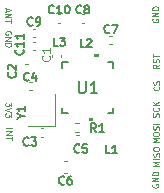
<source format=gto>
%TF.GenerationSoftware,KiCad,Pcbnew,7.0.8*%
%TF.CreationDate,2024-01-16T20:57:43+00:00*%
%TF.ProjectId,RadioModule,52616469-6f4d-46f6-9475-6c652e6b6963,rev?*%
%TF.SameCoordinates,Original*%
%TF.FileFunction,Legend,Top*%
%TF.FilePolarity,Positive*%
%FSLAX46Y46*%
G04 Gerber Fmt 4.6, Leading zero omitted, Abs format (unit mm)*
G04 Created by KiCad (PCBNEW 7.0.8) date 2024-01-16 20:57:43*
%MOMM*%
%LPD*%
G01*
G04 APERTURE LIST*
%ADD10C,0.125000*%
%ADD11C,0.150000*%
%ADD12C,0.120000*%
%ADD13C,0.152400*%
G04 APERTURE END LIST*
D10*
X104464690Y-77073002D02*
X104488500Y-77096811D01*
X104488500Y-77096811D02*
X104512309Y-77168240D01*
X104512309Y-77168240D02*
X104512309Y-77215859D01*
X104512309Y-77215859D02*
X104488500Y-77287287D01*
X104488500Y-77287287D02*
X104440880Y-77334906D01*
X104440880Y-77334906D02*
X104393261Y-77358716D01*
X104393261Y-77358716D02*
X104298023Y-77382525D01*
X104298023Y-77382525D02*
X104226595Y-77382525D01*
X104226595Y-77382525D02*
X104131357Y-77358716D01*
X104131357Y-77358716D02*
X104083738Y-77334906D01*
X104083738Y-77334906D02*
X104036119Y-77287287D01*
X104036119Y-77287287D02*
X104012309Y-77215859D01*
X104012309Y-77215859D02*
X104012309Y-77168240D01*
X104012309Y-77168240D02*
X104036119Y-77096811D01*
X104036119Y-77096811D02*
X104059928Y-77073002D01*
X104488500Y-76882525D02*
X104512309Y-76811097D01*
X104512309Y-76811097D02*
X104512309Y-76692049D01*
X104512309Y-76692049D02*
X104488500Y-76644430D01*
X104488500Y-76644430D02*
X104464690Y-76620621D01*
X104464690Y-76620621D02*
X104417071Y-76596811D01*
X104417071Y-76596811D02*
X104369452Y-76596811D01*
X104369452Y-76596811D02*
X104321833Y-76620621D01*
X104321833Y-76620621D02*
X104298023Y-76644430D01*
X104298023Y-76644430D02*
X104274214Y-76692049D01*
X104274214Y-76692049D02*
X104250404Y-76787287D01*
X104250404Y-76787287D02*
X104226595Y-76834906D01*
X104226595Y-76834906D02*
X104202785Y-76858716D01*
X104202785Y-76858716D02*
X104155166Y-76882525D01*
X104155166Y-76882525D02*
X104107547Y-76882525D01*
X104107547Y-76882525D02*
X104059928Y-76858716D01*
X104059928Y-76858716D02*
X104036119Y-76834906D01*
X104036119Y-76834906D02*
X104012309Y-76787287D01*
X104012309Y-76787287D02*
X104012309Y-76668240D01*
X104012309Y-76668240D02*
X104036119Y-76596811D01*
X104492309Y-75203002D02*
X104254214Y-75369668D01*
X104492309Y-75488716D02*
X103992309Y-75488716D01*
X103992309Y-75488716D02*
X103992309Y-75298240D01*
X103992309Y-75298240D02*
X104016119Y-75250621D01*
X104016119Y-75250621D02*
X104039928Y-75226811D01*
X104039928Y-75226811D02*
X104087547Y-75203002D01*
X104087547Y-75203002D02*
X104158976Y-75203002D01*
X104158976Y-75203002D02*
X104206595Y-75226811D01*
X104206595Y-75226811D02*
X104230404Y-75250621D01*
X104230404Y-75250621D02*
X104254214Y-75298240D01*
X104254214Y-75298240D02*
X104254214Y-75488716D01*
X104468500Y-75012525D02*
X104492309Y-74941097D01*
X104492309Y-74941097D02*
X104492309Y-74822049D01*
X104492309Y-74822049D02*
X104468500Y-74774430D01*
X104468500Y-74774430D02*
X104444690Y-74750621D01*
X104444690Y-74750621D02*
X104397071Y-74726811D01*
X104397071Y-74726811D02*
X104349452Y-74726811D01*
X104349452Y-74726811D02*
X104301833Y-74750621D01*
X104301833Y-74750621D02*
X104278023Y-74774430D01*
X104278023Y-74774430D02*
X104254214Y-74822049D01*
X104254214Y-74822049D02*
X104230404Y-74917287D01*
X104230404Y-74917287D02*
X104206595Y-74964906D01*
X104206595Y-74964906D02*
X104182785Y-74988716D01*
X104182785Y-74988716D02*
X104135166Y-75012525D01*
X104135166Y-75012525D02*
X104087547Y-75012525D01*
X104087547Y-75012525D02*
X104039928Y-74988716D01*
X104039928Y-74988716D02*
X104016119Y-74964906D01*
X104016119Y-74964906D02*
X103992309Y-74917287D01*
X103992309Y-74917287D02*
X103992309Y-74798240D01*
X103992309Y-74798240D02*
X104016119Y-74726811D01*
X103992309Y-74583954D02*
X103992309Y-74298240D01*
X104492309Y-74441097D02*
X103992309Y-74441097D01*
X91953880Y-72633188D02*
X91977690Y-72585569D01*
X91977690Y-72585569D02*
X91977690Y-72514140D01*
X91977690Y-72514140D02*
X91953880Y-72442712D01*
X91953880Y-72442712D02*
X91906261Y-72395093D01*
X91906261Y-72395093D02*
X91858642Y-72371283D01*
X91858642Y-72371283D02*
X91763404Y-72347474D01*
X91763404Y-72347474D02*
X91691976Y-72347474D01*
X91691976Y-72347474D02*
X91596738Y-72371283D01*
X91596738Y-72371283D02*
X91549119Y-72395093D01*
X91549119Y-72395093D02*
X91501500Y-72442712D01*
X91501500Y-72442712D02*
X91477690Y-72514140D01*
X91477690Y-72514140D02*
X91477690Y-72561759D01*
X91477690Y-72561759D02*
X91501500Y-72633188D01*
X91501500Y-72633188D02*
X91525309Y-72656997D01*
X91525309Y-72656997D02*
X91691976Y-72656997D01*
X91691976Y-72656997D02*
X91691976Y-72561759D01*
X91477690Y-72871283D02*
X91977690Y-72871283D01*
X91977690Y-72871283D02*
X91477690Y-73156997D01*
X91477690Y-73156997D02*
X91977690Y-73156997D01*
X91477690Y-73395093D02*
X91977690Y-73395093D01*
X91977690Y-73395093D02*
X91977690Y-73514141D01*
X91977690Y-73514141D02*
X91953880Y-73585569D01*
X91953880Y-73585569D02*
X91906261Y-73633188D01*
X91906261Y-73633188D02*
X91858642Y-73656998D01*
X91858642Y-73656998D02*
X91763404Y-73680807D01*
X91763404Y-73680807D02*
X91691976Y-73680807D01*
X91691976Y-73680807D02*
X91596738Y-73656998D01*
X91596738Y-73656998D02*
X91549119Y-73633188D01*
X91549119Y-73633188D02*
X91501500Y-73585569D01*
X91501500Y-73585569D02*
X91477690Y-73514141D01*
X91477690Y-73514141D02*
X91477690Y-73395093D01*
X103966119Y-85326811D02*
X103942309Y-85374430D01*
X103942309Y-85374430D02*
X103942309Y-85445859D01*
X103942309Y-85445859D02*
X103966119Y-85517287D01*
X103966119Y-85517287D02*
X104013738Y-85564906D01*
X104013738Y-85564906D02*
X104061357Y-85588716D01*
X104061357Y-85588716D02*
X104156595Y-85612525D01*
X104156595Y-85612525D02*
X104228023Y-85612525D01*
X104228023Y-85612525D02*
X104323261Y-85588716D01*
X104323261Y-85588716D02*
X104370880Y-85564906D01*
X104370880Y-85564906D02*
X104418500Y-85517287D01*
X104418500Y-85517287D02*
X104442309Y-85445859D01*
X104442309Y-85445859D02*
X104442309Y-85398240D01*
X104442309Y-85398240D02*
X104418500Y-85326811D01*
X104418500Y-85326811D02*
X104394690Y-85303002D01*
X104394690Y-85303002D02*
X104228023Y-85303002D01*
X104228023Y-85303002D02*
X104228023Y-85398240D01*
X104442309Y-85088716D02*
X103942309Y-85088716D01*
X103942309Y-85088716D02*
X104442309Y-84803002D01*
X104442309Y-84803002D02*
X103942309Y-84803002D01*
X104442309Y-84564906D02*
X103942309Y-84564906D01*
X103942309Y-84564906D02*
X103942309Y-84445858D01*
X103942309Y-84445858D02*
X103966119Y-84374430D01*
X103966119Y-84374430D02*
X104013738Y-84326811D01*
X104013738Y-84326811D02*
X104061357Y-84303001D01*
X104061357Y-84303001D02*
X104156595Y-84279192D01*
X104156595Y-84279192D02*
X104228023Y-84279192D01*
X104228023Y-84279192D02*
X104323261Y-84303001D01*
X104323261Y-84303001D02*
X104370880Y-84326811D01*
X104370880Y-84326811D02*
X104418500Y-84374430D01*
X104418500Y-84374430D02*
X104442309Y-84445858D01*
X104442309Y-84445858D02*
X104442309Y-84564906D01*
X91977690Y-78423664D02*
X91977690Y-78733188D01*
X91977690Y-78733188D02*
X91787214Y-78566521D01*
X91787214Y-78566521D02*
X91787214Y-78637950D01*
X91787214Y-78637950D02*
X91763404Y-78685569D01*
X91763404Y-78685569D02*
X91739595Y-78709378D01*
X91739595Y-78709378D02*
X91691976Y-78733188D01*
X91691976Y-78733188D02*
X91572928Y-78733188D01*
X91572928Y-78733188D02*
X91525309Y-78709378D01*
X91525309Y-78709378D02*
X91501500Y-78685569D01*
X91501500Y-78685569D02*
X91477690Y-78637950D01*
X91477690Y-78637950D02*
X91477690Y-78495093D01*
X91477690Y-78495093D02*
X91501500Y-78447474D01*
X91501500Y-78447474D02*
X91525309Y-78423664D01*
X91977690Y-78876045D02*
X91477690Y-79042711D01*
X91477690Y-79042711D02*
X91977690Y-79209378D01*
X91977690Y-79328425D02*
X91977690Y-79637949D01*
X91977690Y-79637949D02*
X91787214Y-79471282D01*
X91787214Y-79471282D02*
X91787214Y-79542711D01*
X91787214Y-79542711D02*
X91763404Y-79590330D01*
X91763404Y-79590330D02*
X91739595Y-79614139D01*
X91739595Y-79614139D02*
X91691976Y-79637949D01*
X91691976Y-79637949D02*
X91572928Y-79637949D01*
X91572928Y-79637949D02*
X91525309Y-79614139D01*
X91525309Y-79614139D02*
X91501500Y-79590330D01*
X91501500Y-79590330D02*
X91477690Y-79542711D01*
X91477690Y-79542711D02*
X91477690Y-79399854D01*
X91477690Y-79399854D02*
X91501500Y-79352235D01*
X91501500Y-79352235D02*
X91525309Y-79328425D01*
X104512309Y-83765714D02*
X104012309Y-83765714D01*
X104012309Y-83765714D02*
X104369452Y-83599047D01*
X104369452Y-83599047D02*
X104012309Y-83432381D01*
X104012309Y-83432381D02*
X104512309Y-83432381D01*
X104512309Y-83194285D02*
X104012309Y-83194285D01*
X104488500Y-82979999D02*
X104512309Y-82908571D01*
X104512309Y-82908571D02*
X104512309Y-82789523D01*
X104512309Y-82789523D02*
X104488500Y-82741904D01*
X104488500Y-82741904D02*
X104464690Y-82718095D01*
X104464690Y-82718095D02*
X104417071Y-82694285D01*
X104417071Y-82694285D02*
X104369452Y-82694285D01*
X104369452Y-82694285D02*
X104321833Y-82718095D01*
X104321833Y-82718095D02*
X104298023Y-82741904D01*
X104298023Y-82741904D02*
X104274214Y-82789523D01*
X104274214Y-82789523D02*
X104250404Y-82884761D01*
X104250404Y-82884761D02*
X104226595Y-82932380D01*
X104226595Y-82932380D02*
X104202785Y-82956190D01*
X104202785Y-82956190D02*
X104155166Y-82979999D01*
X104155166Y-82979999D02*
X104107547Y-82979999D01*
X104107547Y-82979999D02*
X104059928Y-82956190D01*
X104059928Y-82956190D02*
X104036119Y-82932380D01*
X104036119Y-82932380D02*
X104012309Y-82884761D01*
X104012309Y-82884761D02*
X104012309Y-82765714D01*
X104012309Y-82765714D02*
X104036119Y-82694285D01*
X104012309Y-82384762D02*
X104012309Y-82289524D01*
X104012309Y-82289524D02*
X104036119Y-82241905D01*
X104036119Y-82241905D02*
X104083738Y-82194286D01*
X104083738Y-82194286D02*
X104178976Y-82170476D01*
X104178976Y-82170476D02*
X104345642Y-82170476D01*
X104345642Y-82170476D02*
X104440880Y-82194286D01*
X104440880Y-82194286D02*
X104488500Y-82241905D01*
X104488500Y-82241905D02*
X104512309Y-82289524D01*
X104512309Y-82289524D02*
X104512309Y-82384762D01*
X104512309Y-82384762D02*
X104488500Y-82432381D01*
X104488500Y-82432381D02*
X104440880Y-82480000D01*
X104440880Y-82480000D02*
X104345642Y-82503809D01*
X104345642Y-82503809D02*
X104178976Y-82503809D01*
X104178976Y-82503809D02*
X104083738Y-82480000D01*
X104083738Y-82480000D02*
X104036119Y-82432381D01*
X104036119Y-82432381D02*
X104012309Y-82384762D01*
X91570547Y-70467474D02*
X91570547Y-70705569D01*
X91427690Y-70419855D02*
X91927690Y-70586521D01*
X91927690Y-70586521D02*
X91427690Y-70753188D01*
X91427690Y-70919854D02*
X91927690Y-70919854D01*
X91927690Y-70919854D02*
X91427690Y-71205568D01*
X91427690Y-71205568D02*
X91927690Y-71205568D01*
X91927690Y-71372236D02*
X91927690Y-71657950D01*
X91427690Y-71515093D02*
X91927690Y-71515093D01*
X104458500Y-79612525D02*
X104482309Y-79541097D01*
X104482309Y-79541097D02*
X104482309Y-79422049D01*
X104482309Y-79422049D02*
X104458500Y-79374430D01*
X104458500Y-79374430D02*
X104434690Y-79350621D01*
X104434690Y-79350621D02*
X104387071Y-79326811D01*
X104387071Y-79326811D02*
X104339452Y-79326811D01*
X104339452Y-79326811D02*
X104291833Y-79350621D01*
X104291833Y-79350621D02*
X104268023Y-79374430D01*
X104268023Y-79374430D02*
X104244214Y-79422049D01*
X104244214Y-79422049D02*
X104220404Y-79517287D01*
X104220404Y-79517287D02*
X104196595Y-79564906D01*
X104196595Y-79564906D02*
X104172785Y-79588716D01*
X104172785Y-79588716D02*
X104125166Y-79612525D01*
X104125166Y-79612525D02*
X104077547Y-79612525D01*
X104077547Y-79612525D02*
X104029928Y-79588716D01*
X104029928Y-79588716D02*
X104006119Y-79564906D01*
X104006119Y-79564906D02*
X103982309Y-79517287D01*
X103982309Y-79517287D02*
X103982309Y-79398240D01*
X103982309Y-79398240D02*
X104006119Y-79326811D01*
X104434690Y-78826812D02*
X104458500Y-78850621D01*
X104458500Y-78850621D02*
X104482309Y-78922050D01*
X104482309Y-78922050D02*
X104482309Y-78969669D01*
X104482309Y-78969669D02*
X104458500Y-79041097D01*
X104458500Y-79041097D02*
X104410880Y-79088716D01*
X104410880Y-79088716D02*
X104363261Y-79112526D01*
X104363261Y-79112526D02*
X104268023Y-79136335D01*
X104268023Y-79136335D02*
X104196595Y-79136335D01*
X104196595Y-79136335D02*
X104101357Y-79112526D01*
X104101357Y-79112526D02*
X104053738Y-79088716D01*
X104053738Y-79088716D02*
X104006119Y-79041097D01*
X104006119Y-79041097D02*
X103982309Y-78969669D01*
X103982309Y-78969669D02*
X103982309Y-78922050D01*
X103982309Y-78922050D02*
X104006119Y-78850621D01*
X104006119Y-78850621D02*
X104029928Y-78826812D01*
X104482309Y-78612526D02*
X103982309Y-78612526D01*
X104482309Y-78326812D02*
X104196595Y-78541097D01*
X103982309Y-78326812D02*
X104268023Y-78612526D01*
X104492309Y-81775714D02*
X103992309Y-81775714D01*
X103992309Y-81775714D02*
X104349452Y-81609047D01*
X104349452Y-81609047D02*
X103992309Y-81442381D01*
X103992309Y-81442381D02*
X104492309Y-81442381D01*
X103992309Y-81109047D02*
X103992309Y-81013809D01*
X103992309Y-81013809D02*
X104016119Y-80966190D01*
X104016119Y-80966190D02*
X104063738Y-80918571D01*
X104063738Y-80918571D02*
X104158976Y-80894761D01*
X104158976Y-80894761D02*
X104325642Y-80894761D01*
X104325642Y-80894761D02*
X104420880Y-80918571D01*
X104420880Y-80918571D02*
X104468500Y-80966190D01*
X104468500Y-80966190D02*
X104492309Y-81013809D01*
X104492309Y-81013809D02*
X104492309Y-81109047D01*
X104492309Y-81109047D02*
X104468500Y-81156666D01*
X104468500Y-81156666D02*
X104420880Y-81204285D01*
X104420880Y-81204285D02*
X104325642Y-81228094D01*
X104325642Y-81228094D02*
X104158976Y-81228094D01*
X104158976Y-81228094D02*
X104063738Y-81204285D01*
X104063738Y-81204285D02*
X104016119Y-81156666D01*
X104016119Y-81156666D02*
X103992309Y-81109047D01*
X104468500Y-80704284D02*
X104492309Y-80632856D01*
X104492309Y-80632856D02*
X104492309Y-80513808D01*
X104492309Y-80513808D02*
X104468500Y-80466189D01*
X104468500Y-80466189D02*
X104444690Y-80442380D01*
X104444690Y-80442380D02*
X104397071Y-80418570D01*
X104397071Y-80418570D02*
X104349452Y-80418570D01*
X104349452Y-80418570D02*
X104301833Y-80442380D01*
X104301833Y-80442380D02*
X104278023Y-80466189D01*
X104278023Y-80466189D02*
X104254214Y-80513808D01*
X104254214Y-80513808D02*
X104230404Y-80609046D01*
X104230404Y-80609046D02*
X104206595Y-80656665D01*
X104206595Y-80656665D02*
X104182785Y-80680475D01*
X104182785Y-80680475D02*
X104135166Y-80704284D01*
X104135166Y-80704284D02*
X104087547Y-80704284D01*
X104087547Y-80704284D02*
X104039928Y-80680475D01*
X104039928Y-80680475D02*
X104016119Y-80656665D01*
X104016119Y-80656665D02*
X103992309Y-80609046D01*
X103992309Y-80609046D02*
X103992309Y-80489999D01*
X103992309Y-80489999D02*
X104016119Y-80418570D01*
X104492309Y-80204285D02*
X103992309Y-80204285D01*
X91527690Y-80591283D02*
X92027690Y-80591283D01*
X91527690Y-80829378D02*
X92027690Y-80829378D01*
X92027690Y-80829378D02*
X91527690Y-81115092D01*
X91527690Y-81115092D02*
X92027690Y-81115092D01*
X92027690Y-81281760D02*
X92027690Y-81567474D01*
X91527690Y-81424617D02*
X92027690Y-81424617D01*
X103966119Y-71316811D02*
X103942309Y-71364430D01*
X103942309Y-71364430D02*
X103942309Y-71435859D01*
X103942309Y-71435859D02*
X103966119Y-71507287D01*
X103966119Y-71507287D02*
X104013738Y-71554906D01*
X104013738Y-71554906D02*
X104061357Y-71578716D01*
X104061357Y-71578716D02*
X104156595Y-71602525D01*
X104156595Y-71602525D02*
X104228023Y-71602525D01*
X104228023Y-71602525D02*
X104323261Y-71578716D01*
X104323261Y-71578716D02*
X104370880Y-71554906D01*
X104370880Y-71554906D02*
X104418500Y-71507287D01*
X104418500Y-71507287D02*
X104442309Y-71435859D01*
X104442309Y-71435859D02*
X104442309Y-71388240D01*
X104442309Y-71388240D02*
X104418500Y-71316811D01*
X104418500Y-71316811D02*
X104394690Y-71293002D01*
X104394690Y-71293002D02*
X104228023Y-71293002D01*
X104228023Y-71293002D02*
X104228023Y-71388240D01*
X104442309Y-71078716D02*
X103942309Y-71078716D01*
X103942309Y-71078716D02*
X104442309Y-70793002D01*
X104442309Y-70793002D02*
X103942309Y-70793002D01*
X104442309Y-70554906D02*
X103942309Y-70554906D01*
X103942309Y-70554906D02*
X103942309Y-70435858D01*
X103942309Y-70435858D02*
X103966119Y-70364430D01*
X103966119Y-70364430D02*
X104013738Y-70316811D01*
X104013738Y-70316811D02*
X104061357Y-70293001D01*
X104061357Y-70293001D02*
X104156595Y-70269192D01*
X104156595Y-70269192D02*
X104228023Y-70269192D01*
X104228023Y-70269192D02*
X104323261Y-70293001D01*
X104323261Y-70293001D02*
X104370880Y-70316811D01*
X104370880Y-70316811D02*
X104418500Y-70364430D01*
X104418500Y-70364430D02*
X104442309Y-70435858D01*
X104442309Y-70435858D02*
X104442309Y-70554906D01*
X95210666Y-74456666D02*
X95244000Y-74489999D01*
X95244000Y-74489999D02*
X95277333Y-74589999D01*
X95277333Y-74589999D02*
X95277333Y-74656666D01*
X95277333Y-74656666D02*
X95244000Y-74756666D01*
X95244000Y-74756666D02*
X95177333Y-74823333D01*
X95177333Y-74823333D02*
X95110666Y-74856666D01*
X95110666Y-74856666D02*
X94977333Y-74889999D01*
X94977333Y-74889999D02*
X94877333Y-74889999D01*
X94877333Y-74889999D02*
X94744000Y-74856666D01*
X94744000Y-74856666D02*
X94677333Y-74823333D01*
X94677333Y-74823333D02*
X94610666Y-74756666D01*
X94610666Y-74756666D02*
X94577333Y-74656666D01*
X94577333Y-74656666D02*
X94577333Y-74589999D01*
X94577333Y-74589999D02*
X94610666Y-74489999D01*
X94610666Y-74489999D02*
X94644000Y-74456666D01*
X95277333Y-73789999D02*
X95277333Y-74189999D01*
X95277333Y-73989999D02*
X94577333Y-73989999D01*
X94577333Y-73989999D02*
X94677333Y-74056666D01*
X94677333Y-74056666D02*
X94744000Y-74123333D01*
X94744000Y-74123333D02*
X94777333Y-74189999D01*
D11*
X95589999Y-70799366D02*
X95556666Y-70832700D01*
X95556666Y-70832700D02*
X95456666Y-70866033D01*
X95456666Y-70866033D02*
X95389999Y-70866033D01*
X95389999Y-70866033D02*
X95289999Y-70832700D01*
X95289999Y-70832700D02*
X95223333Y-70766033D01*
X95223333Y-70766033D02*
X95189999Y-70699366D01*
X95189999Y-70699366D02*
X95156666Y-70566033D01*
X95156666Y-70566033D02*
X95156666Y-70466033D01*
X95156666Y-70466033D02*
X95189999Y-70332700D01*
X95189999Y-70332700D02*
X95223333Y-70266033D01*
X95223333Y-70266033D02*
X95289999Y-70199366D01*
X95289999Y-70199366D02*
X95389999Y-70166033D01*
X95389999Y-70166033D02*
X95456666Y-70166033D01*
X95456666Y-70166033D02*
X95556666Y-70199366D01*
X95556666Y-70199366D02*
X95589999Y-70232700D01*
X96256666Y-70866033D02*
X95856666Y-70866033D01*
X96056666Y-70866033D02*
X96056666Y-70166033D01*
X96056666Y-70166033D02*
X95989999Y-70266033D01*
X95989999Y-70266033D02*
X95923333Y-70332700D01*
X95923333Y-70332700D02*
X95856666Y-70366033D01*
X96690000Y-70166033D02*
X96756666Y-70166033D01*
X96756666Y-70166033D02*
X96823333Y-70199366D01*
X96823333Y-70199366D02*
X96856666Y-70232700D01*
X96856666Y-70232700D02*
X96890000Y-70299366D01*
X96890000Y-70299366D02*
X96923333Y-70432700D01*
X96923333Y-70432700D02*
X96923333Y-70599366D01*
X96923333Y-70599366D02*
X96890000Y-70732700D01*
X96890000Y-70732700D02*
X96856666Y-70799366D01*
X96856666Y-70799366D02*
X96823333Y-70832700D01*
X96823333Y-70832700D02*
X96756666Y-70866033D01*
X96756666Y-70866033D02*
X96690000Y-70866033D01*
X96690000Y-70866033D02*
X96623333Y-70832700D01*
X96623333Y-70832700D02*
X96590000Y-70799366D01*
X96590000Y-70799366D02*
X96556666Y-70732700D01*
X96556666Y-70732700D02*
X96523333Y-70599366D01*
X96523333Y-70599366D02*
X96523333Y-70432700D01*
X96523333Y-70432700D02*
X96556666Y-70299366D01*
X96556666Y-70299366D02*
X96590000Y-70232700D01*
X96590000Y-70232700D02*
X96623333Y-70199366D01*
X96623333Y-70199366D02*
X96690000Y-70166033D01*
X96463333Y-85279366D02*
X96430000Y-85312700D01*
X96430000Y-85312700D02*
X96330000Y-85346033D01*
X96330000Y-85346033D02*
X96263333Y-85346033D01*
X96263333Y-85346033D02*
X96163333Y-85312700D01*
X96163333Y-85312700D02*
X96096667Y-85246033D01*
X96096667Y-85246033D02*
X96063333Y-85179366D01*
X96063333Y-85179366D02*
X96030000Y-85046033D01*
X96030000Y-85046033D02*
X96030000Y-84946033D01*
X96030000Y-84946033D02*
X96063333Y-84812700D01*
X96063333Y-84812700D02*
X96096667Y-84746033D01*
X96096667Y-84746033D02*
X96163333Y-84679366D01*
X96163333Y-84679366D02*
X96263333Y-84646033D01*
X96263333Y-84646033D02*
X96330000Y-84646033D01*
X96330000Y-84646033D02*
X96430000Y-84679366D01*
X96430000Y-84679366D02*
X96463333Y-84712700D01*
X97063333Y-84646033D02*
X96930000Y-84646033D01*
X96930000Y-84646033D02*
X96863333Y-84679366D01*
X96863333Y-84679366D02*
X96830000Y-84712700D01*
X96830000Y-84712700D02*
X96763333Y-84812700D01*
X96763333Y-84812700D02*
X96730000Y-84946033D01*
X96730000Y-84946033D02*
X96730000Y-85212700D01*
X96730000Y-85212700D02*
X96763333Y-85279366D01*
X96763333Y-85279366D02*
X96796667Y-85312700D01*
X96796667Y-85312700D02*
X96863333Y-85346033D01*
X96863333Y-85346033D02*
X96996667Y-85346033D01*
X96996667Y-85346033D02*
X97063333Y-85312700D01*
X97063333Y-85312700D02*
X97096667Y-85279366D01*
X97096667Y-85279366D02*
X97130000Y-85212700D01*
X97130000Y-85212700D02*
X97130000Y-85046033D01*
X97130000Y-85046033D02*
X97096667Y-84979366D01*
X97096667Y-84979366D02*
X97063333Y-84946033D01*
X97063333Y-84946033D02*
X96996667Y-84912700D01*
X96996667Y-84912700D02*
X96863333Y-84912700D01*
X96863333Y-84912700D02*
X96796667Y-84946033D01*
X96796667Y-84946033D02*
X96763333Y-84979366D01*
X96763333Y-84979366D02*
X96730000Y-85046033D01*
X93493333Y-76499366D02*
X93460000Y-76532700D01*
X93460000Y-76532700D02*
X93360000Y-76566033D01*
X93360000Y-76566033D02*
X93293333Y-76566033D01*
X93293333Y-76566033D02*
X93193333Y-76532700D01*
X93193333Y-76532700D02*
X93126667Y-76466033D01*
X93126667Y-76466033D02*
X93093333Y-76399366D01*
X93093333Y-76399366D02*
X93060000Y-76266033D01*
X93060000Y-76266033D02*
X93060000Y-76166033D01*
X93060000Y-76166033D02*
X93093333Y-76032700D01*
X93093333Y-76032700D02*
X93126667Y-75966033D01*
X93126667Y-75966033D02*
X93193333Y-75899366D01*
X93193333Y-75899366D02*
X93293333Y-75866033D01*
X93293333Y-75866033D02*
X93360000Y-75866033D01*
X93360000Y-75866033D02*
X93460000Y-75899366D01*
X93460000Y-75899366D02*
X93493333Y-75932700D01*
X94093333Y-76099366D02*
X94093333Y-76566033D01*
X93926667Y-75832700D02*
X93760000Y-76332700D01*
X93760000Y-76332700D02*
X94193333Y-76332700D01*
X100283333Y-72449366D02*
X100250000Y-72482700D01*
X100250000Y-72482700D02*
X100150000Y-72516033D01*
X100150000Y-72516033D02*
X100083333Y-72516033D01*
X100083333Y-72516033D02*
X99983333Y-72482700D01*
X99983333Y-72482700D02*
X99916667Y-72416033D01*
X99916667Y-72416033D02*
X99883333Y-72349366D01*
X99883333Y-72349366D02*
X99850000Y-72216033D01*
X99850000Y-72216033D02*
X99850000Y-72116033D01*
X99850000Y-72116033D02*
X99883333Y-71982700D01*
X99883333Y-71982700D02*
X99916667Y-71916033D01*
X99916667Y-71916033D02*
X99983333Y-71849366D01*
X99983333Y-71849366D02*
X100083333Y-71816033D01*
X100083333Y-71816033D02*
X100150000Y-71816033D01*
X100150000Y-71816033D02*
X100250000Y-71849366D01*
X100250000Y-71849366D02*
X100283333Y-71882700D01*
X100516667Y-71816033D02*
X100983333Y-71816033D01*
X100983333Y-71816033D02*
X100683333Y-72516033D01*
X93453333Y-81999366D02*
X93420000Y-82032700D01*
X93420000Y-82032700D02*
X93320000Y-82066033D01*
X93320000Y-82066033D02*
X93253333Y-82066033D01*
X93253333Y-82066033D02*
X93153333Y-82032700D01*
X93153333Y-82032700D02*
X93086667Y-81966033D01*
X93086667Y-81966033D02*
X93053333Y-81899366D01*
X93053333Y-81899366D02*
X93020000Y-81766033D01*
X93020000Y-81766033D02*
X93020000Y-81666033D01*
X93020000Y-81666033D02*
X93053333Y-81532700D01*
X93053333Y-81532700D02*
X93086667Y-81466033D01*
X93086667Y-81466033D02*
X93153333Y-81399366D01*
X93153333Y-81399366D02*
X93253333Y-81366033D01*
X93253333Y-81366033D02*
X93320000Y-81366033D01*
X93320000Y-81366033D02*
X93420000Y-81399366D01*
X93420000Y-81399366D02*
X93453333Y-81432700D01*
X93686667Y-81366033D02*
X94120000Y-81366033D01*
X94120000Y-81366033D02*
X93886667Y-81632700D01*
X93886667Y-81632700D02*
X93986667Y-81632700D01*
X93986667Y-81632700D02*
X94053333Y-81666033D01*
X94053333Y-81666033D02*
X94086667Y-81699366D01*
X94086667Y-81699366D02*
X94120000Y-81766033D01*
X94120000Y-81766033D02*
X94120000Y-81932700D01*
X94120000Y-81932700D02*
X94086667Y-81999366D01*
X94086667Y-81999366D02*
X94053333Y-82032700D01*
X94053333Y-82032700D02*
X93986667Y-82066033D01*
X93986667Y-82066033D02*
X93786667Y-82066033D01*
X93786667Y-82066033D02*
X93720000Y-82032700D01*
X93720000Y-82032700D02*
X93686667Y-81999366D01*
X97706595Y-76604818D02*
X97706595Y-77414341D01*
X97706595Y-77414341D02*
X97754214Y-77509579D01*
X97754214Y-77509579D02*
X97801833Y-77557199D01*
X97801833Y-77557199D02*
X97897071Y-77604818D01*
X97897071Y-77604818D02*
X98087547Y-77604818D01*
X98087547Y-77604818D02*
X98182785Y-77557199D01*
X98182785Y-77557199D02*
X98230404Y-77509579D01*
X98230404Y-77509579D02*
X98278023Y-77414341D01*
X98278023Y-77414341D02*
X98278023Y-76604818D01*
X99278023Y-77604818D02*
X98706595Y-77604818D01*
X98992309Y-77604818D02*
X98992309Y-76604818D01*
X98992309Y-76604818D02*
X98897071Y-76747675D01*
X98897071Y-76747675D02*
X98801833Y-76842913D01*
X98801833Y-76842913D02*
X98706595Y-76890532D01*
X95943333Y-73606033D02*
X95609999Y-73606033D01*
X95609999Y-73606033D02*
X95609999Y-72906033D01*
X96110000Y-72906033D02*
X96543333Y-72906033D01*
X96543333Y-72906033D02*
X96310000Y-73172700D01*
X96310000Y-73172700D02*
X96410000Y-73172700D01*
X96410000Y-73172700D02*
X96476666Y-73206033D01*
X96476666Y-73206033D02*
X96510000Y-73239366D01*
X96510000Y-73239366D02*
X96543333Y-73306033D01*
X96543333Y-73306033D02*
X96543333Y-73472700D01*
X96543333Y-73472700D02*
X96510000Y-73539366D01*
X96510000Y-73539366D02*
X96476666Y-73572700D01*
X96476666Y-73572700D02*
X96410000Y-73606033D01*
X96410000Y-73606033D02*
X96210000Y-73606033D01*
X96210000Y-73606033D02*
X96143333Y-73572700D01*
X96143333Y-73572700D02*
X96110000Y-73539366D01*
X92969366Y-73930000D02*
X93002700Y-73963333D01*
X93002700Y-73963333D02*
X93036033Y-74063333D01*
X93036033Y-74063333D02*
X93036033Y-74130000D01*
X93036033Y-74130000D02*
X93002700Y-74230000D01*
X93002700Y-74230000D02*
X92936033Y-74296667D01*
X92936033Y-74296667D02*
X92869366Y-74330000D01*
X92869366Y-74330000D02*
X92736033Y-74363333D01*
X92736033Y-74363333D02*
X92636033Y-74363333D01*
X92636033Y-74363333D02*
X92502700Y-74330000D01*
X92502700Y-74330000D02*
X92436033Y-74296667D01*
X92436033Y-74296667D02*
X92369366Y-74230000D01*
X92369366Y-74230000D02*
X92336033Y-74130000D01*
X92336033Y-74130000D02*
X92336033Y-74063333D01*
X92336033Y-74063333D02*
X92369366Y-73963333D01*
X92369366Y-73963333D02*
X92402700Y-73930000D01*
X93036033Y-73263333D02*
X93036033Y-73663333D01*
X93036033Y-73463333D02*
X92336033Y-73463333D01*
X92336033Y-73463333D02*
X92436033Y-73530000D01*
X92436033Y-73530000D02*
X92502700Y-73596667D01*
X92502700Y-73596667D02*
X92536033Y-73663333D01*
X93036033Y-72596666D02*
X93036033Y-72996666D01*
X93036033Y-72796666D02*
X92336033Y-72796666D01*
X92336033Y-72796666D02*
X92436033Y-72863333D01*
X92436033Y-72863333D02*
X92502700Y-72930000D01*
X92502700Y-72930000D02*
X92536033Y-72996666D01*
X98183333Y-73706033D02*
X97849999Y-73706033D01*
X97849999Y-73706033D02*
X97849999Y-73006033D01*
X98383333Y-73072700D02*
X98416666Y-73039366D01*
X98416666Y-73039366D02*
X98483333Y-73006033D01*
X98483333Y-73006033D02*
X98650000Y-73006033D01*
X98650000Y-73006033D02*
X98716666Y-73039366D01*
X98716666Y-73039366D02*
X98750000Y-73072700D01*
X98750000Y-73072700D02*
X98783333Y-73139366D01*
X98783333Y-73139366D02*
X98783333Y-73206033D01*
X98783333Y-73206033D02*
X98750000Y-73306033D01*
X98750000Y-73306033D02*
X98350000Y-73706033D01*
X98350000Y-73706033D02*
X98783333Y-73706033D01*
X92319366Y-75856666D02*
X92352700Y-75889999D01*
X92352700Y-75889999D02*
X92386033Y-75989999D01*
X92386033Y-75989999D02*
X92386033Y-76056666D01*
X92386033Y-76056666D02*
X92352700Y-76156666D01*
X92352700Y-76156666D02*
X92286033Y-76223333D01*
X92286033Y-76223333D02*
X92219366Y-76256666D01*
X92219366Y-76256666D02*
X92086033Y-76289999D01*
X92086033Y-76289999D02*
X91986033Y-76289999D01*
X91986033Y-76289999D02*
X91852700Y-76256666D01*
X91852700Y-76256666D02*
X91786033Y-76223333D01*
X91786033Y-76223333D02*
X91719366Y-76156666D01*
X91719366Y-76156666D02*
X91686033Y-76056666D01*
X91686033Y-76056666D02*
X91686033Y-75989999D01*
X91686033Y-75989999D02*
X91719366Y-75889999D01*
X91719366Y-75889999D02*
X91752700Y-75856666D01*
X91752700Y-75589999D02*
X91719366Y-75556666D01*
X91719366Y-75556666D02*
X91686033Y-75489999D01*
X91686033Y-75489999D02*
X91686033Y-75323333D01*
X91686033Y-75323333D02*
X91719366Y-75256666D01*
X91719366Y-75256666D02*
X91752700Y-75223333D01*
X91752700Y-75223333D02*
X91819366Y-75189999D01*
X91819366Y-75189999D02*
X91886033Y-75189999D01*
X91886033Y-75189999D02*
X91986033Y-75223333D01*
X91986033Y-75223333D02*
X92386033Y-75623333D01*
X92386033Y-75623333D02*
X92386033Y-75189999D01*
X97743333Y-82589366D02*
X97710000Y-82622700D01*
X97710000Y-82622700D02*
X97610000Y-82656033D01*
X97610000Y-82656033D02*
X97543333Y-82656033D01*
X97543333Y-82656033D02*
X97443333Y-82622700D01*
X97443333Y-82622700D02*
X97376667Y-82556033D01*
X97376667Y-82556033D02*
X97343333Y-82489366D01*
X97343333Y-82489366D02*
X97310000Y-82356033D01*
X97310000Y-82356033D02*
X97310000Y-82256033D01*
X97310000Y-82256033D02*
X97343333Y-82122700D01*
X97343333Y-82122700D02*
X97376667Y-82056033D01*
X97376667Y-82056033D02*
X97443333Y-81989366D01*
X97443333Y-81989366D02*
X97543333Y-81956033D01*
X97543333Y-81956033D02*
X97610000Y-81956033D01*
X97610000Y-81956033D02*
X97710000Y-81989366D01*
X97710000Y-81989366D02*
X97743333Y-82022700D01*
X98376667Y-81956033D02*
X98043333Y-81956033D01*
X98043333Y-81956033D02*
X98010000Y-82289366D01*
X98010000Y-82289366D02*
X98043333Y-82256033D01*
X98043333Y-82256033D02*
X98110000Y-82222700D01*
X98110000Y-82222700D02*
X98276667Y-82222700D01*
X98276667Y-82222700D02*
X98343333Y-82256033D01*
X98343333Y-82256033D02*
X98376667Y-82289366D01*
X98376667Y-82289366D02*
X98410000Y-82356033D01*
X98410000Y-82356033D02*
X98410000Y-82522700D01*
X98410000Y-82522700D02*
X98376667Y-82589366D01*
X98376667Y-82589366D02*
X98343333Y-82622700D01*
X98343333Y-82622700D02*
X98276667Y-82656033D01*
X98276667Y-82656033D02*
X98110000Y-82656033D01*
X98110000Y-82656033D02*
X98043333Y-82622700D01*
X98043333Y-82622700D02*
X98010000Y-82589366D01*
X100333333Y-82716033D02*
X99999999Y-82716033D01*
X99999999Y-82716033D02*
X99999999Y-82016033D01*
X100933333Y-82716033D02*
X100533333Y-82716033D01*
X100733333Y-82716033D02*
X100733333Y-82016033D01*
X100733333Y-82016033D02*
X100666666Y-82116033D01*
X100666666Y-82116033D02*
X100600000Y-82182700D01*
X100600000Y-82182700D02*
X100533333Y-82216033D01*
X93793333Y-71819366D02*
X93760000Y-71852700D01*
X93760000Y-71852700D02*
X93660000Y-71886033D01*
X93660000Y-71886033D02*
X93593333Y-71886033D01*
X93593333Y-71886033D02*
X93493333Y-71852700D01*
X93493333Y-71852700D02*
X93426667Y-71786033D01*
X93426667Y-71786033D02*
X93393333Y-71719366D01*
X93393333Y-71719366D02*
X93360000Y-71586033D01*
X93360000Y-71586033D02*
X93360000Y-71486033D01*
X93360000Y-71486033D02*
X93393333Y-71352700D01*
X93393333Y-71352700D02*
X93426667Y-71286033D01*
X93426667Y-71286033D02*
X93493333Y-71219366D01*
X93493333Y-71219366D02*
X93593333Y-71186033D01*
X93593333Y-71186033D02*
X93660000Y-71186033D01*
X93660000Y-71186033D02*
X93760000Y-71219366D01*
X93760000Y-71219366D02*
X93793333Y-71252700D01*
X94126667Y-71886033D02*
X94260000Y-71886033D01*
X94260000Y-71886033D02*
X94326667Y-71852700D01*
X94326667Y-71852700D02*
X94360000Y-71819366D01*
X94360000Y-71819366D02*
X94426667Y-71719366D01*
X94426667Y-71719366D02*
X94460000Y-71586033D01*
X94460000Y-71586033D02*
X94460000Y-71319366D01*
X94460000Y-71319366D02*
X94426667Y-71252700D01*
X94426667Y-71252700D02*
X94393333Y-71219366D01*
X94393333Y-71219366D02*
X94326667Y-71186033D01*
X94326667Y-71186033D02*
X94193333Y-71186033D01*
X94193333Y-71186033D02*
X94126667Y-71219366D01*
X94126667Y-71219366D02*
X94093333Y-71252700D01*
X94093333Y-71252700D02*
X94060000Y-71319366D01*
X94060000Y-71319366D02*
X94060000Y-71486033D01*
X94060000Y-71486033D02*
X94093333Y-71552700D01*
X94093333Y-71552700D02*
X94126667Y-71586033D01*
X94126667Y-71586033D02*
X94193333Y-71619366D01*
X94193333Y-71619366D02*
X94326667Y-71619366D01*
X94326667Y-71619366D02*
X94393333Y-71586033D01*
X94393333Y-71586033D02*
X94426667Y-71552700D01*
X94426667Y-71552700D02*
X94460000Y-71486033D01*
X92832700Y-79556334D02*
X93166033Y-79556334D01*
X92466033Y-79789667D02*
X92832700Y-79556334D01*
X92832700Y-79556334D02*
X92466033Y-79323000D01*
X93166033Y-78723000D02*
X93166033Y-79123000D01*
X93166033Y-78923000D02*
X92466033Y-78923000D01*
X92466033Y-78923000D02*
X92566033Y-78989667D01*
X92566033Y-78989667D02*
X92632700Y-79056334D01*
X92632700Y-79056334D02*
X92666033Y-79123000D01*
X99173333Y-80876033D02*
X98940000Y-80542700D01*
X98773333Y-80876033D02*
X98773333Y-80176033D01*
X98773333Y-80176033D02*
X99040000Y-80176033D01*
X99040000Y-80176033D02*
X99106667Y-80209366D01*
X99106667Y-80209366D02*
X99140000Y-80242700D01*
X99140000Y-80242700D02*
X99173333Y-80309366D01*
X99173333Y-80309366D02*
X99173333Y-80409366D01*
X99173333Y-80409366D02*
X99140000Y-80476033D01*
X99140000Y-80476033D02*
X99106667Y-80509366D01*
X99106667Y-80509366D02*
X99040000Y-80542700D01*
X99040000Y-80542700D02*
X98773333Y-80542700D01*
X99840000Y-80876033D02*
X99440000Y-80876033D01*
X99640000Y-80876033D02*
X99640000Y-80176033D01*
X99640000Y-80176033D02*
X99573333Y-80276033D01*
X99573333Y-80276033D02*
X99506667Y-80342700D01*
X99506667Y-80342700D02*
X99440000Y-80376033D01*
X97913333Y-70799366D02*
X97880000Y-70832700D01*
X97880000Y-70832700D02*
X97780000Y-70866033D01*
X97780000Y-70866033D02*
X97713333Y-70866033D01*
X97713333Y-70866033D02*
X97613333Y-70832700D01*
X97613333Y-70832700D02*
X97546667Y-70766033D01*
X97546667Y-70766033D02*
X97513333Y-70699366D01*
X97513333Y-70699366D02*
X97480000Y-70566033D01*
X97480000Y-70566033D02*
X97480000Y-70466033D01*
X97480000Y-70466033D02*
X97513333Y-70332700D01*
X97513333Y-70332700D02*
X97546667Y-70266033D01*
X97546667Y-70266033D02*
X97613333Y-70199366D01*
X97613333Y-70199366D02*
X97713333Y-70166033D01*
X97713333Y-70166033D02*
X97780000Y-70166033D01*
X97780000Y-70166033D02*
X97880000Y-70199366D01*
X97880000Y-70199366D02*
X97913333Y-70232700D01*
X98313333Y-70466033D02*
X98246667Y-70432700D01*
X98246667Y-70432700D02*
X98213333Y-70399366D01*
X98213333Y-70399366D02*
X98180000Y-70332700D01*
X98180000Y-70332700D02*
X98180000Y-70299366D01*
X98180000Y-70299366D02*
X98213333Y-70232700D01*
X98213333Y-70232700D02*
X98246667Y-70199366D01*
X98246667Y-70199366D02*
X98313333Y-70166033D01*
X98313333Y-70166033D02*
X98446667Y-70166033D01*
X98446667Y-70166033D02*
X98513333Y-70199366D01*
X98513333Y-70199366D02*
X98546667Y-70232700D01*
X98546667Y-70232700D02*
X98580000Y-70299366D01*
X98580000Y-70299366D02*
X98580000Y-70332700D01*
X98580000Y-70332700D02*
X98546667Y-70399366D01*
X98546667Y-70399366D02*
X98513333Y-70432700D01*
X98513333Y-70432700D02*
X98446667Y-70466033D01*
X98446667Y-70466033D02*
X98313333Y-70466033D01*
X98313333Y-70466033D02*
X98246667Y-70499366D01*
X98246667Y-70499366D02*
X98213333Y-70532700D01*
X98213333Y-70532700D02*
X98180000Y-70599366D01*
X98180000Y-70599366D02*
X98180000Y-70732700D01*
X98180000Y-70732700D02*
X98213333Y-70799366D01*
X98213333Y-70799366D02*
X98246667Y-70832700D01*
X98246667Y-70832700D02*
X98313333Y-70866033D01*
X98313333Y-70866033D02*
X98446667Y-70866033D01*
X98446667Y-70866033D02*
X98513333Y-70832700D01*
X98513333Y-70832700D02*
X98546667Y-70799366D01*
X98546667Y-70799366D02*
X98580000Y-70732700D01*
X98580000Y-70732700D02*
X98580000Y-70599366D01*
X98580000Y-70599366D02*
X98546667Y-70532700D01*
X98546667Y-70532700D02*
X98513333Y-70499366D01*
X98513333Y-70499366D02*
X98446667Y-70466033D01*
D12*
%TO.C,C1*%
X95457000Y-74577835D02*
X95457000Y-74362163D01*
X96177000Y-74577835D02*
X96177000Y-74362163D01*
%TO.C,C10*%
X95912164Y-70940000D02*
X96127836Y-70940000D01*
X95912164Y-71660000D02*
X96127836Y-71660000D01*
%TO.C,C6*%
X96459420Y-83390000D02*
X96740580Y-83390000D01*
X96459420Y-84410000D02*
X96740580Y-84410000D01*
%TO.C,C4*%
X93512164Y-76640000D02*
X93727836Y-76640000D01*
X93512164Y-77360000D02*
X93727836Y-77360000D01*
%TO.C,C7*%
X100292164Y-72740000D02*
X100507836Y-72740000D01*
X100292164Y-73460000D02*
X100507836Y-73460000D01*
%TO.C,C3*%
X94472164Y-80563001D02*
X94687836Y-80563001D01*
X94472164Y-81283001D02*
X94687836Y-81283001D01*
D13*
%TO.C,U1*%
X96296800Y-74978299D02*
X96296800Y-75440259D01*
X96296800Y-78859739D02*
X96296800Y-79321699D01*
X96296800Y-79321699D02*
X96758760Y-79321699D01*
X96758760Y-74978299D02*
X96296800Y-74978299D01*
X100178240Y-79321699D02*
X100640200Y-79321699D01*
X100640200Y-74978299D02*
X100178240Y-74978299D01*
X100640200Y-75440259D02*
X100640200Y-74978299D01*
X100640200Y-79321699D02*
X100640200Y-78859739D01*
G36*
X98909000Y-80007499D02*
G01*
X98527999Y-80007499D01*
X98527999Y-79753499D01*
X98909000Y-79753499D01*
X98909000Y-80007499D01*
G37*
G36*
X99409001Y-74546499D02*
G01*
X99028001Y-74546499D01*
X99028001Y-74292499D01*
X99409001Y-74292499D01*
X99409001Y-74546499D01*
G37*
D12*
%TO.C,C11*%
X94007836Y-73960000D02*
X93792164Y-73960000D01*
X94007836Y-73240000D02*
X93792164Y-73240000D01*
%TO.C,C2*%
X93407836Y-75849999D02*
X93192164Y-75849999D01*
X93407836Y-75129999D02*
X93192164Y-75129999D01*
%TO.C,C5*%
X97707836Y-81860000D02*
X97492164Y-81860000D01*
X97707836Y-81140000D02*
X97492164Y-81140000D01*
%TO.C,C9*%
X93792164Y-72140000D02*
X94007836Y-72140000D01*
X93792164Y-72860000D02*
X94007836Y-72860000D01*
%TO.C,Y1*%
X93367000Y-80413000D02*
X95667000Y-80413000D01*
X95667000Y-80413000D02*
X95667000Y-77713000D01*
%TO.C,R1*%
X97413359Y-80109999D02*
X97720641Y-80109999D01*
X97413359Y-80869999D02*
X97720641Y-80869999D01*
%TO.C,C8*%
X97972164Y-70940000D02*
X98187836Y-70940000D01*
X97972164Y-71660000D02*
X98187836Y-71660000D01*
%TD*%
M02*

</source>
